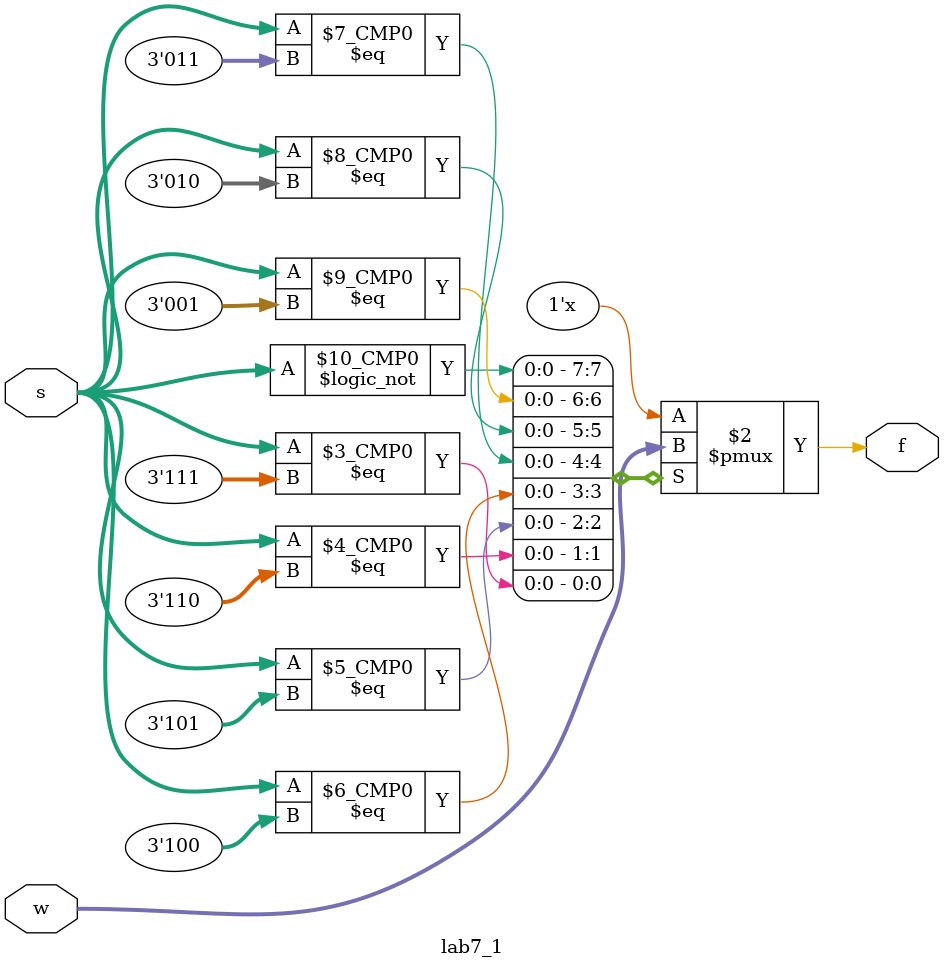
<source format=v>
module lab8_4(bcd,w);
input [3:0]bcd;
output [3:0]w;
wire [0:7]a,b,c,d;
assign d={1'b0,1'b0,bcd[0],1'b1,1'b1,1'b1,1'b1,1'b1};
assign c={1'b0,1'b0,~bcd[0],1'b1,1'b1,1'b1,1'b1,1'b1};
assign b={1'b0,1'b1,bcd[0],1'b0,1'b1,1'b1,1'b1,1'b1};
assign a={bcd[0],bcd[0],bcd[0],bcd[0],bcd[0],1'b1,1'b1,1'b1};
lab7_1 st0(d,bcd[3:1],w[3]);
lab7_1 st1(c,bcd[3:1],w[2]);
lab7_1 st2(b,bcd[3:1],w[1]);
lab7_1 st3(a,bcd[3:1],w[0]);
endmodule

module lab7_1(w,s,f);
input [0:7]w;
input [2:0]s;
output f;
reg f;

always @(w or s)
case (s)
0:f=w[0];
1:f=w[1];
2:f=w[2];
3:f=w[3];
4:f=w[4];
5:f=w[5];
6:f=w[6];
7:f=w[7];
endcase
endmodule




</source>
